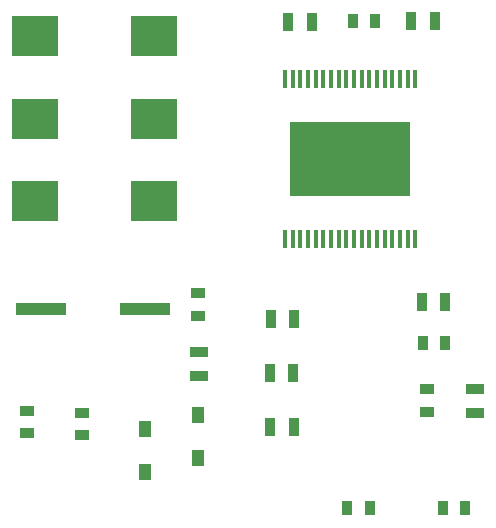
<source format=gbr>
G04*
G04 #@! TF.GenerationSoftware,Altium Limited,Altium Designer,25.4.2 (15)*
G04*
G04 Layer_Color=8421504*
%FSLAX44Y44*%
%MOMM*%
G71*
G04*
G04 #@! TF.SameCoordinates,7F9F24B7-B9C1-45AF-9387-6EDD806BED2B*
G04*
G04*
G04 #@! TF.FilePolarity,Positive*
G04*
G01*
G75*
%ADD19R,4.0000X3.4000*%
%ADD20R,0.8500X1.5000*%
%ADD21R,0.9000X1.3000*%
%ADD22R,10.2000X6.3000*%
%ADD23R,0.4400X1.5000*%
%ADD24R,1.5000X0.8500*%
%ADD25R,1.1000X1.4000*%
%ADD26R,1.3000X0.9000*%
%ADD27R,4.2000X1.1000*%
D19*
X118910Y528900D02*
D03*
X218910D02*
D03*
Y459050D02*
D03*
X118910D02*
D03*
X218910Y598750D02*
D03*
X118910D02*
D03*
D20*
X352920Y611010D02*
D03*
X332920D02*
D03*
X457250Y611670D02*
D03*
X437250D02*
D03*
X446090Y373380D02*
D03*
X466090D02*
D03*
X337820Y267970D02*
D03*
X317820D02*
D03*
X338210Y359411D02*
D03*
X318210D02*
D03*
X337100Y313440D02*
D03*
X317100D02*
D03*
D21*
X406400Y611450D02*
D03*
X387400D02*
D03*
X466090Y339090D02*
D03*
X447090D02*
D03*
X382930Y199390D02*
D03*
X401930D02*
D03*
X463600D02*
D03*
X482600D02*
D03*
D22*
X385350Y494550D02*
D03*
D23*
X330100Y562050D02*
D03*
X336600D02*
D03*
X343100D02*
D03*
X349600D02*
D03*
X356100D02*
D03*
X362600D02*
D03*
X369100D02*
D03*
X375600D02*
D03*
X382100D02*
D03*
X388600D02*
D03*
X395100D02*
D03*
X401600D02*
D03*
X408100D02*
D03*
X414600D02*
D03*
X421100D02*
D03*
X427600D02*
D03*
X434100D02*
D03*
X440600D02*
D03*
X330100Y427050D02*
D03*
X336600D02*
D03*
X343100D02*
D03*
X349600D02*
D03*
X356100D02*
D03*
X362600D02*
D03*
X369100D02*
D03*
X375600D02*
D03*
X382100D02*
D03*
X388600D02*
D03*
X395100D02*
D03*
X401600D02*
D03*
X408100D02*
D03*
X414600D02*
D03*
X421100D02*
D03*
X427600D02*
D03*
X434100D02*
D03*
X440600D02*
D03*
D24*
X491330Y279880D02*
D03*
Y299880D02*
D03*
X257810Y331150D02*
D03*
Y311150D02*
D03*
D25*
X212090Y266370D02*
D03*
Y229870D02*
D03*
X256820Y277670D02*
D03*
Y241170D02*
D03*
D26*
X111760Y262280D02*
D03*
Y281280D02*
D03*
X450850Y299720D02*
D03*
Y280720D02*
D03*
X256540Y361950D02*
D03*
Y380950D02*
D03*
X158750Y261010D02*
D03*
Y280010D02*
D03*
D27*
X211890Y367280D02*
D03*
X123890D02*
D03*
M02*

</source>
